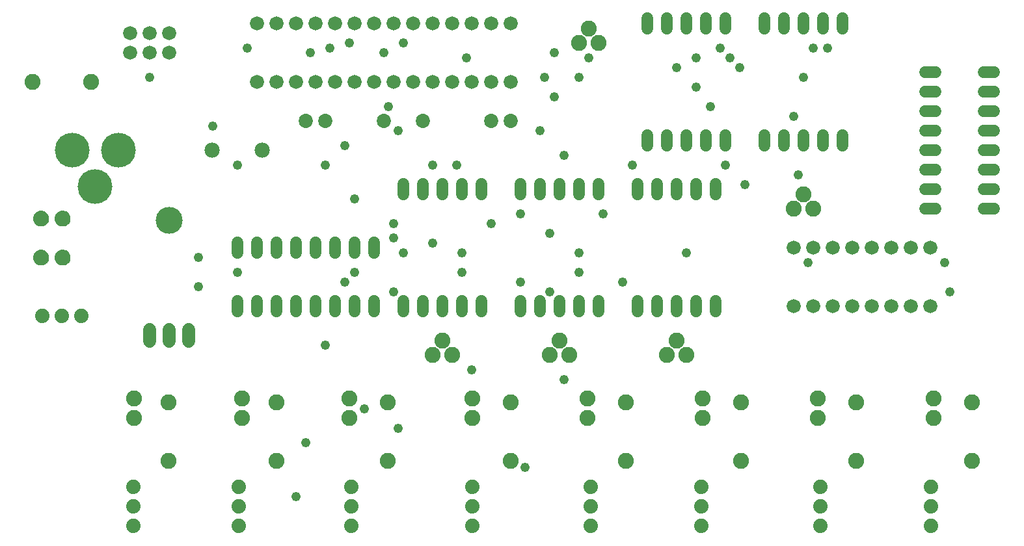
<source format=gbs>
G75*
%MOIN*%
%OFA0B0*%
%FSLAX25Y25*%
%IPPOS*%
%LPD*%
%AMOC8*
5,1,8,0,0,1.08239X$1,22.5*
%
%ADD10C,0.06000*%
%ADD11C,0.17800*%
%ADD12C,0.08200*%
%ADD13C,0.06800*%
%ADD14C,0.13800*%
%ADD15C,0.07200*%
%ADD16C,0.00500*%
%ADD17C,0.07300*%
%ADD18C,0.07400*%
%ADD19C,0.07800*%
%ADD20C,0.04800*%
D10*
X0123791Y0129150D02*
X0123791Y0134350D01*
X0133791Y0134350D02*
X0133791Y0129150D01*
X0143791Y0129150D02*
X0143791Y0134350D01*
X0153791Y0134350D02*
X0153791Y0129150D01*
X0163791Y0129150D02*
X0163791Y0134350D01*
X0173791Y0134350D02*
X0173791Y0129150D01*
X0183791Y0129150D02*
X0183791Y0134350D01*
X0193791Y0134350D02*
X0193791Y0129150D01*
X0208791Y0129150D02*
X0208791Y0134350D01*
X0218791Y0134350D02*
X0218791Y0129150D01*
X0228791Y0129150D02*
X0228791Y0134350D01*
X0238791Y0134350D02*
X0238791Y0129150D01*
X0248791Y0129150D02*
X0248791Y0134350D01*
X0268791Y0134350D02*
X0268791Y0129150D01*
X0278791Y0129150D02*
X0278791Y0134350D01*
X0288791Y0134350D02*
X0288791Y0129150D01*
X0298791Y0129150D02*
X0298791Y0134350D01*
X0308791Y0134350D02*
X0308791Y0129150D01*
X0328791Y0129150D02*
X0328791Y0134350D01*
X0338791Y0134350D02*
X0338791Y0129150D01*
X0348791Y0129150D02*
X0348791Y0134350D01*
X0358791Y0134350D02*
X0358791Y0129150D01*
X0368791Y0129150D02*
X0368791Y0134350D01*
X0368791Y0189150D02*
X0368791Y0194350D01*
X0358791Y0194350D02*
X0358791Y0189150D01*
X0348791Y0189150D02*
X0348791Y0194350D01*
X0338791Y0194350D02*
X0338791Y0189150D01*
X0328791Y0189150D02*
X0328791Y0194350D01*
X0308791Y0194350D02*
X0308791Y0189150D01*
X0298791Y0189150D02*
X0298791Y0194350D01*
X0288791Y0194350D02*
X0288791Y0189150D01*
X0278791Y0189150D02*
X0278791Y0194350D01*
X0268791Y0194350D02*
X0268791Y0189150D01*
X0248791Y0189150D02*
X0248791Y0194350D01*
X0238791Y0194350D02*
X0238791Y0189150D01*
X0228791Y0189150D02*
X0228791Y0194350D01*
X0218791Y0194350D02*
X0218791Y0189150D01*
X0208791Y0189150D02*
X0208791Y0194350D01*
X0193791Y0164350D02*
X0193791Y0159150D01*
X0183791Y0159150D02*
X0183791Y0164350D01*
X0173791Y0164350D02*
X0173791Y0159150D01*
X0163791Y0159150D02*
X0163791Y0164350D01*
X0153791Y0164350D02*
X0153791Y0159150D01*
X0143791Y0159150D02*
X0143791Y0164350D01*
X0133791Y0164350D02*
X0133791Y0159150D01*
X0123791Y0159150D02*
X0123791Y0164350D01*
X0333791Y0214150D02*
X0333791Y0219350D01*
X0343791Y0219350D02*
X0343791Y0214150D01*
X0353791Y0214150D02*
X0353791Y0219350D01*
X0363791Y0219350D02*
X0363791Y0214150D01*
X0373791Y0214150D02*
X0373791Y0219350D01*
X0393791Y0219350D02*
X0393791Y0214150D01*
X0403791Y0214150D02*
X0403791Y0219350D01*
X0413791Y0219350D02*
X0413791Y0214150D01*
X0423791Y0214150D02*
X0423791Y0219350D01*
X0433791Y0219350D02*
X0433791Y0214150D01*
X0476191Y0211750D02*
X0481391Y0211750D01*
X0481391Y0221750D02*
X0476191Y0221750D01*
X0476191Y0231750D02*
X0481391Y0231750D01*
X0481391Y0241750D02*
X0476191Y0241750D01*
X0476191Y0251750D02*
X0481391Y0251750D01*
X0506191Y0251750D02*
X0511391Y0251750D01*
X0511391Y0241750D02*
X0506191Y0241750D01*
X0506191Y0231750D02*
X0511391Y0231750D01*
X0511391Y0221750D02*
X0506191Y0221750D01*
X0506191Y0211750D02*
X0511391Y0211750D01*
X0511391Y0201750D02*
X0506191Y0201750D01*
X0506191Y0191750D02*
X0511391Y0191750D01*
X0511391Y0181750D02*
X0506191Y0181750D01*
X0481391Y0181750D02*
X0476191Y0181750D01*
X0476191Y0191750D02*
X0481391Y0191750D01*
X0481391Y0201750D02*
X0476191Y0201750D01*
X0433791Y0274150D02*
X0433791Y0279350D01*
X0423791Y0279350D02*
X0423791Y0274150D01*
X0413791Y0274150D02*
X0413791Y0279350D01*
X0403791Y0279350D02*
X0403791Y0274150D01*
X0393791Y0274150D02*
X0393791Y0279350D01*
X0373791Y0279350D02*
X0373791Y0274150D01*
X0363791Y0274150D02*
X0363791Y0279350D01*
X0353791Y0279350D02*
X0353791Y0274150D01*
X0343791Y0274150D02*
X0343791Y0279350D01*
X0333791Y0279350D02*
X0333791Y0274150D01*
D11*
X0062728Y0211750D03*
X0039106Y0211750D03*
X0050917Y0193246D03*
D12*
X0048791Y0246750D03*
X0018791Y0246750D03*
X0228791Y0114250D03*
X0223791Y0106750D03*
X0233791Y0106750D03*
X0244145Y0084427D03*
X0244145Y0074427D03*
X0263830Y0082616D03*
X0303201Y0084427D03*
X0303201Y0074427D03*
X0322886Y0082616D03*
X0343791Y0106750D03*
X0353791Y0106750D03*
X0348791Y0114250D03*
X0362256Y0084427D03*
X0362256Y0074427D03*
X0381941Y0082616D03*
X0421311Y0084427D03*
X0421311Y0074427D03*
X0440996Y0082616D03*
X0480366Y0084427D03*
X0480366Y0074427D03*
X0500051Y0082616D03*
X0500051Y0052616D03*
X0440996Y0052616D03*
X0381941Y0052616D03*
X0322886Y0052616D03*
X0263830Y0052616D03*
X0200838Y0052616D03*
X0181153Y0074427D03*
X0181153Y0084427D03*
X0200838Y0082616D03*
X0143983Y0082616D03*
X0126035Y0084427D03*
X0126035Y0074427D03*
X0143983Y0052616D03*
X0088365Y0052616D03*
X0070917Y0074427D03*
X0088365Y0082616D03*
X0070917Y0084427D03*
X0283791Y0106750D03*
X0293791Y0106750D03*
X0288791Y0114250D03*
X0408791Y0181750D03*
X0418791Y0181750D03*
X0413791Y0189250D03*
X0308791Y0266750D03*
X0303791Y0274250D03*
X0298791Y0266750D03*
D13*
X0098791Y0119750D02*
X0098791Y0113750D01*
X0088791Y0113750D02*
X0088791Y0119750D01*
X0078791Y0119750D02*
X0078791Y0113750D01*
D14*
X0088791Y0175750D03*
D15*
X0133791Y0246750D03*
X0143791Y0246750D03*
X0153791Y0246750D03*
X0163791Y0246750D03*
X0173791Y0246750D03*
X0183791Y0246750D03*
X0193791Y0246750D03*
X0203791Y0246750D03*
X0213791Y0246750D03*
X0223791Y0246750D03*
X0233791Y0246750D03*
X0243791Y0246750D03*
X0253791Y0246750D03*
X0263791Y0246750D03*
X0263791Y0276750D03*
X0253791Y0276750D03*
X0243791Y0276750D03*
X0233791Y0276750D03*
X0223791Y0276750D03*
X0213791Y0276750D03*
X0203791Y0276750D03*
X0193791Y0276750D03*
X0183791Y0276750D03*
X0173791Y0276750D03*
X0163791Y0276750D03*
X0153791Y0276750D03*
X0143791Y0276750D03*
X0133791Y0276750D03*
X0088791Y0271750D03*
X0078791Y0271750D03*
X0068791Y0271750D03*
X0068791Y0261750D03*
X0078791Y0261750D03*
X0088791Y0261750D03*
X0408791Y0161750D03*
X0418791Y0161750D03*
X0428791Y0161750D03*
X0438791Y0161750D03*
X0448791Y0161750D03*
X0458791Y0161750D03*
X0468791Y0161750D03*
X0478791Y0161750D03*
X0478791Y0131750D03*
X0468791Y0131750D03*
X0458791Y0131750D03*
X0448791Y0131750D03*
X0438791Y0131750D03*
X0428791Y0131750D03*
X0418791Y0131750D03*
X0408791Y0131750D03*
D16*
X0038021Y0156670D02*
X0037943Y0155950D01*
X0037725Y0155260D01*
X0037377Y0154626D01*
X0036912Y0154072D01*
X0036348Y0153619D01*
X0035706Y0153285D01*
X0035012Y0153083D01*
X0034291Y0153020D01*
X0033566Y0153081D01*
X0032868Y0153283D01*
X0032222Y0153617D01*
X0031653Y0154071D01*
X0031184Y0154627D01*
X0030833Y0155264D01*
X0030613Y0155957D01*
X0030532Y0156680D01*
X0030581Y0157340D01*
X0030745Y0157981D01*
X0031017Y0158584D01*
X0031390Y0159130D01*
X0031852Y0159603D01*
X0032390Y0159989D01*
X0032986Y0160276D01*
X0033623Y0160455D01*
X0034281Y0160520D01*
X0034939Y0160453D01*
X0035576Y0160272D01*
X0036171Y0159984D01*
X0036708Y0159597D01*
X0037169Y0159122D01*
X0037540Y0158575D01*
X0037811Y0157971D01*
X0037973Y0157330D01*
X0038021Y0156670D01*
X0038014Y0156772D02*
X0030539Y0156772D01*
X0030577Y0156274D02*
X0037978Y0156274D01*
X0037888Y0155775D02*
X0030670Y0155775D01*
X0030829Y0155277D02*
X0037730Y0155277D01*
X0037461Y0154778D02*
X0031101Y0154778D01*
X0031478Y0154280D02*
X0037087Y0154280D01*
X0036550Y0153781D02*
X0032017Y0153781D01*
X0032869Y0153283D02*
X0035698Y0153283D01*
X0026923Y0155950D02*
X0026705Y0155260D01*
X0026357Y0154626D01*
X0025892Y0154072D01*
X0025328Y0153619D01*
X0024686Y0153285D01*
X0023992Y0153083D01*
X0023271Y0153020D01*
X0022546Y0153081D01*
X0021848Y0153283D01*
X0021202Y0153617D01*
X0020633Y0154071D01*
X0020164Y0154627D01*
X0019813Y0155264D01*
X0019593Y0155957D01*
X0019512Y0156680D01*
X0019561Y0157340D01*
X0019725Y0157981D01*
X0019997Y0158584D01*
X0020370Y0159130D01*
X0020832Y0159603D01*
X0021370Y0159989D01*
X0021966Y0160276D01*
X0022603Y0160455D01*
X0023261Y0160520D01*
X0023919Y0160453D01*
X0024556Y0160272D01*
X0025151Y0159984D01*
X0025688Y0159597D01*
X0026149Y0159122D01*
X0026520Y0158575D01*
X0026791Y0157971D01*
X0026953Y0157330D01*
X0027001Y0156670D01*
X0026923Y0155950D01*
X0026867Y0155775D02*
X0019650Y0155775D01*
X0019557Y0156274D02*
X0026958Y0156274D01*
X0026994Y0156772D02*
X0019518Y0156772D01*
X0019556Y0157271D02*
X0026958Y0157271D01*
X0026842Y0157769D02*
X0019671Y0157769D01*
X0019854Y0158268D02*
X0026658Y0158268D01*
X0026390Y0158766D02*
X0020122Y0158766D01*
X0020502Y0159265D02*
X0026010Y0159265D01*
X0025457Y0159763D02*
X0021055Y0159763D01*
X0021937Y0160262D02*
X0024578Y0160262D01*
X0030691Y0157769D02*
X0037862Y0157769D01*
X0037978Y0157271D02*
X0030576Y0157271D01*
X0030875Y0158268D02*
X0037678Y0158268D01*
X0037410Y0158766D02*
X0031142Y0158766D01*
X0031522Y0159265D02*
X0037030Y0159265D01*
X0036477Y0159763D02*
X0032075Y0159763D01*
X0032957Y0160262D02*
X0035598Y0160262D01*
X0026710Y0155277D02*
X0019809Y0155277D01*
X0020081Y0154778D02*
X0026441Y0154778D01*
X0026067Y0154280D02*
X0020457Y0154280D01*
X0020997Y0153781D02*
X0025530Y0153781D01*
X0024678Y0153283D02*
X0021849Y0153283D01*
X0023271Y0173020D02*
X0023992Y0173083D01*
X0024686Y0173285D01*
X0025328Y0173619D01*
X0025892Y0174072D01*
X0026357Y0174626D01*
X0026705Y0175260D01*
X0026923Y0175950D01*
X0027001Y0176670D01*
X0026953Y0177330D01*
X0026791Y0177971D01*
X0026520Y0178575D01*
X0026149Y0179122D01*
X0025688Y0179597D01*
X0025151Y0179984D01*
X0024556Y0180272D01*
X0023919Y0180453D01*
X0023261Y0180520D01*
X0022603Y0180455D01*
X0021966Y0180276D01*
X0021370Y0179989D01*
X0020832Y0179603D01*
X0020370Y0179130D01*
X0019997Y0178584D01*
X0019725Y0177981D01*
X0019561Y0177340D01*
X0019512Y0176680D01*
X0019593Y0175957D01*
X0019813Y0175264D01*
X0020164Y0174627D01*
X0020633Y0174071D01*
X0021202Y0173617D01*
X0021848Y0173283D01*
X0022546Y0173081D01*
X0023271Y0173020D01*
X0024474Y0173223D02*
X0022056Y0173223D01*
X0021071Y0173722D02*
X0025456Y0173722D01*
X0026017Y0174220D02*
X0020508Y0174220D01*
X0020114Y0174719D02*
X0026408Y0174719D01*
X0026681Y0175217D02*
X0019839Y0175217D01*
X0019669Y0175716D02*
X0026849Y0175716D01*
X0026952Y0176214D02*
X0019564Y0176214D01*
X0019514Y0176713D02*
X0026998Y0176713D01*
X0026962Y0177211D02*
X0019552Y0177211D01*
X0019656Y0177710D02*
X0026857Y0177710D01*
X0026685Y0178208D02*
X0019828Y0178208D01*
X0020081Y0178707D02*
X0026431Y0178707D01*
X0026068Y0179205D02*
X0020444Y0179205D01*
X0020972Y0179704D02*
X0025540Y0179704D01*
X0024701Y0180202D02*
X0021813Y0180202D01*
X0030745Y0177981D02*
X0031017Y0178584D01*
X0031390Y0179130D01*
X0031852Y0179603D01*
X0032390Y0179989D01*
X0032986Y0180276D01*
X0033623Y0180455D01*
X0034281Y0180520D01*
X0034939Y0180453D01*
X0035576Y0180272D01*
X0036171Y0179984D01*
X0036708Y0179597D01*
X0037169Y0179122D01*
X0037540Y0178575D01*
X0037811Y0177971D01*
X0037973Y0177330D01*
X0038021Y0176670D01*
X0037943Y0175950D01*
X0037725Y0175260D01*
X0037377Y0174626D01*
X0036912Y0174072D01*
X0036348Y0173619D01*
X0035706Y0173285D01*
X0035012Y0173083D01*
X0034291Y0173020D01*
X0033566Y0173081D01*
X0032868Y0173283D01*
X0032222Y0173617D01*
X0031653Y0174071D01*
X0031184Y0174627D01*
X0030833Y0175264D01*
X0030613Y0175957D01*
X0030532Y0176680D01*
X0030581Y0177340D01*
X0030745Y0177981D01*
X0030848Y0178208D02*
X0037705Y0178208D01*
X0037877Y0177710D02*
X0030676Y0177710D01*
X0030572Y0177211D02*
X0037982Y0177211D01*
X0038018Y0176713D02*
X0030534Y0176713D01*
X0030584Y0176214D02*
X0037972Y0176214D01*
X0037869Y0175716D02*
X0030689Y0175716D01*
X0030859Y0175217D02*
X0037702Y0175217D01*
X0037428Y0174719D02*
X0031134Y0174719D01*
X0031528Y0174220D02*
X0037037Y0174220D01*
X0036476Y0173722D02*
X0032091Y0173722D01*
X0033076Y0173223D02*
X0035494Y0173223D01*
X0037451Y0178707D02*
X0031101Y0178707D01*
X0031464Y0179205D02*
X0037088Y0179205D01*
X0036560Y0179704D02*
X0031992Y0179704D01*
X0032833Y0180202D02*
X0035721Y0180202D01*
D17*
X0158791Y0226750D03*
X0168791Y0226750D03*
X0198791Y0226750D03*
X0218791Y0226750D03*
X0253791Y0226750D03*
X0263791Y0226750D03*
D18*
X0070484Y0019191D03*
X0070484Y0029191D03*
X0070484Y0039191D03*
X0124421Y0039191D03*
X0124421Y0029191D03*
X0124421Y0019191D03*
X0182295Y0019191D03*
X0182295Y0029191D03*
X0182295Y0039191D03*
X0244106Y0039191D03*
X0244106Y0029191D03*
X0244106Y0019191D03*
X0304854Y0019191D03*
X0304854Y0029191D03*
X0304854Y0039191D03*
X0361665Y0039191D03*
X0361665Y0029191D03*
X0361665Y0019191D03*
X0422413Y0019191D03*
X0422413Y0029191D03*
X0422413Y0039191D03*
X0479224Y0039191D03*
X0479224Y0029191D03*
X0479224Y0019191D03*
X0043791Y0126750D03*
X0033791Y0126750D03*
X0023791Y0126750D03*
D19*
X0110996Y0211750D03*
X0136586Y0211750D03*
D20*
X0123791Y0204250D03*
X0111291Y0224250D03*
X0078791Y0249250D03*
X0128791Y0264250D03*
X0161291Y0261750D03*
X0171291Y0264250D03*
X0181291Y0266750D03*
X0198791Y0261750D03*
X0208791Y0266750D03*
X0241291Y0259250D03*
X0281291Y0249250D03*
X0286291Y0239250D03*
X0298791Y0249250D03*
X0303791Y0259250D03*
X0286291Y0261750D03*
X0348791Y0254250D03*
X0358791Y0259250D03*
X0371291Y0264250D03*
X0376291Y0259250D03*
X0381291Y0254250D03*
X0358791Y0244250D03*
X0366291Y0234250D03*
X0408791Y0229250D03*
X0413791Y0249250D03*
X0418791Y0264250D03*
X0426291Y0264250D03*
X0373791Y0204250D03*
X0383791Y0194250D03*
X0411291Y0199250D03*
X0353791Y0159250D03*
X0321291Y0144250D03*
X0298791Y0149250D03*
X0298791Y0159250D03*
X0283791Y0169250D03*
X0268791Y0179250D03*
X0253791Y0174250D03*
X0238791Y0159250D03*
X0238791Y0149250D03*
X0223791Y0164250D03*
X0208791Y0159250D03*
X0203791Y0166750D03*
X0203791Y0174250D03*
X0183791Y0186750D03*
X0168791Y0204250D03*
X0178791Y0214250D03*
X0206291Y0221750D03*
X0201291Y0234250D03*
X0223791Y0204250D03*
X0236291Y0204250D03*
X0278791Y0221750D03*
X0291291Y0209250D03*
X0326291Y0204250D03*
X0311291Y0179250D03*
X0268791Y0144250D03*
X0283791Y0139250D03*
X0243791Y0099250D03*
X0291291Y0094250D03*
X0271291Y0049250D03*
X0206291Y0069250D03*
X0188791Y0079250D03*
X0158791Y0061750D03*
X0153791Y0034250D03*
X0168791Y0111750D03*
X0203791Y0139250D03*
X0183791Y0149250D03*
X0178791Y0144250D03*
X0123791Y0149250D03*
X0103791Y0141750D03*
X0103791Y0156750D03*
X0416291Y0154250D03*
X0486291Y0154250D03*
X0488791Y0139250D03*
M02*

</source>
